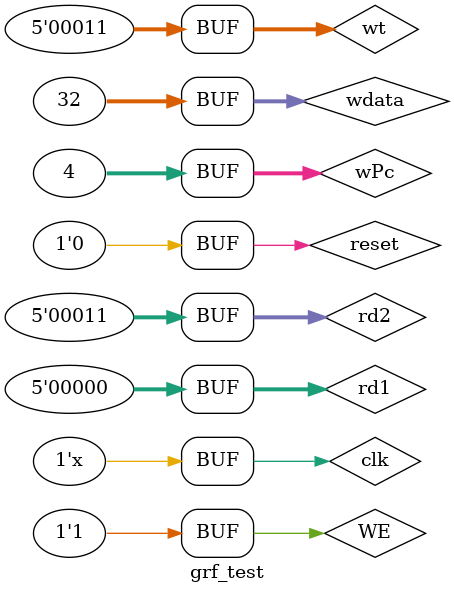
<source format=v>
`timescale 1ns / 1ps


module grf_test;

	// Inputs
	reg clk;
	reg reset;
	reg [4:0] rd1;
	reg [4:0] rd2;
	reg [4:0] wt;
	reg WE;
	reg [31:0] wdata;
	reg [31:0] wPc;

	// Outputs
	wire [31:0] rdata1;
	wire [31:0] rdata2;

	// Instantiate the Unit Under Test (UUT)
	grf uut (
		.clk(clk), 
		.reset(reset), 
		.rd1(rd1), 
		.rd2(rd2), 
		.wt(wt), 
		.WE(WE), 
		.wdata(wdata), 
		.wPc(wPc),
		.rdata1(rdata1), 
		.rdata2(rdata2)
	);

	initial begin
		// Initialize Inputs
		clk = 0;
		reset = 1;
		rd1 = 0;
		rd2 = 0;
		wt = 0;
		WE = 0;
		wdata = 32;
		wPc = 4;

		#20 reset = 0;
			 rd1 = 1;
			 rd2 = 2;
			 wt = 0;
			 WE = 1;
		#20 
			 rd1 = 0;	//$0 can't be modified
			 rd2 = 3;	//$3 can   be modified
			 wt = 3;
			 WE = 1;		
	end
	always #10 clk = ~clk;
      
endmodule


</source>
